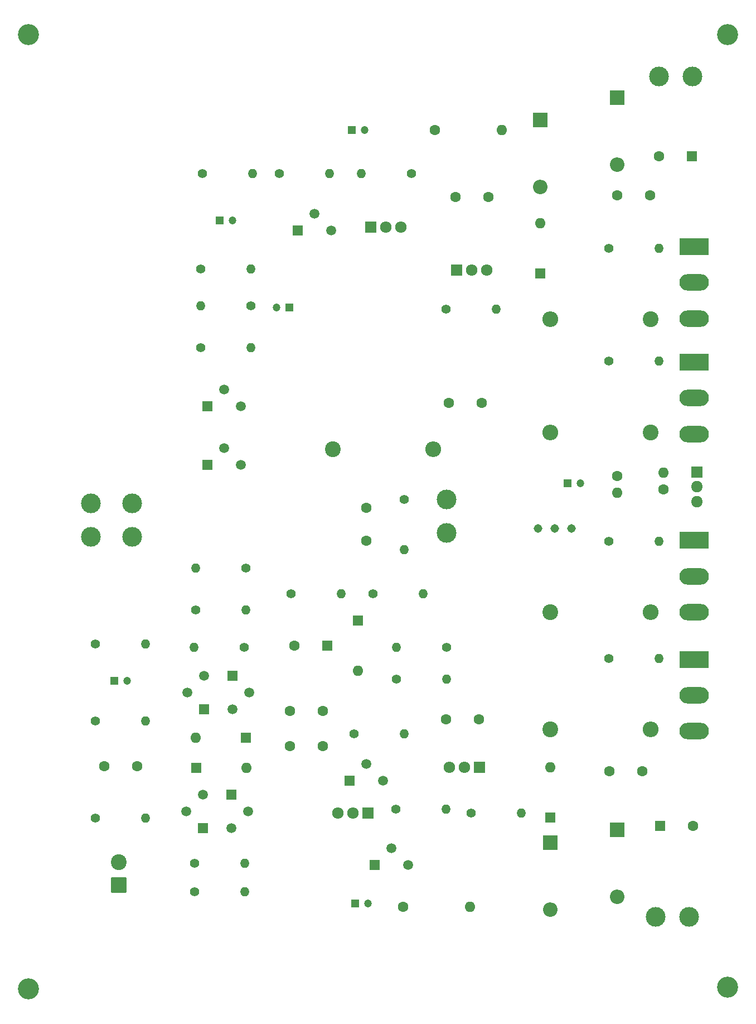
<source format=gbr>
%TF.GenerationSoftware,KiCad,Pcbnew,9.0.0*%
%TF.CreationDate,2025-06-15T12:12:57-04:00*%
%TF.ProjectId,classab-amp,636c6173-7361-4622-9d61-6d702e6b6963,rev?*%
%TF.SameCoordinates,Original*%
%TF.FileFunction,Soldermask,Bot*%
%TF.FilePolarity,Negative*%
%FSLAX46Y46*%
G04 Gerber Fmt 4.6, Leading zero omitted, Abs format (unit mm)*
G04 Created by KiCad (PCBNEW 9.0.0) date 2025-06-15 12:12:57*
%MOMM*%
%LPD*%
G01*
G04 APERTURE LIST*
G04 Aperture macros list*
%AMRoundRect*
0 Rectangle with rounded corners*
0 $1 Rounding radius*
0 $2 $3 $4 $5 $6 $7 $8 $9 X,Y pos of 4 corners*
0 Add a 4 corners polygon primitive as box body*
4,1,4,$2,$3,$4,$5,$6,$7,$8,$9,$2,$3,0*
0 Add four circle primitives for the rounded corners*
1,1,$1+$1,$2,$3*
1,1,$1+$1,$4,$5*
1,1,$1+$1,$6,$7*
1,1,$1+$1,$8,$9*
0 Add four rect primitives between the rounded corners*
20,1,$1+$1,$2,$3,$4,$5,0*
20,1,$1+$1,$4,$5,$6,$7,0*
20,1,$1+$1,$6,$7,$8,$9,0*
20,1,$1+$1,$8,$9,$2,$3,0*%
G04 Aperture macros list end*
%ADD10C,3.200000*%
%ADD11C,2.400000*%
%ADD12O,2.400000X2.400000*%
%ADD13C,1.400000*%
%ADD14O,1.400000X1.400000*%
%ADD15R,1.710000X1.800000*%
%ADD16O,1.710000X1.800000*%
%ADD17R,1.200000X1.200000*%
%ADD18C,1.200000*%
%ADD19R,1.600000X1.600000*%
%ADD20O,1.600000X1.600000*%
%ADD21R,4.500000X2.500000*%
%ADD22O,4.500000X2.500000*%
%ADD23C,1.600000*%
%ADD24R,1.500000X1.500000*%
%ADD25C,1.500000*%
%ADD26R,1.800000X1.710000*%
%ADD27O,1.800000X1.710000*%
%ADD28C,1.308000*%
%ADD29C,3.000000*%
%ADD30RoundRect,0.250001X0.949999X-0.949999X0.949999X0.949999X-0.949999X0.949999X-0.949999X-0.949999X0*%
%ADD31R,2.200000X2.200000*%
%ADD32O,2.200000X2.200000*%
G04 APERTURE END LIST*
D10*
%TO.C,H3*%
X202184000Y-141986000D03*
%TD*%
D11*
%TO.C,R24*%
X142240000Y-60325000D03*
D12*
X157480000Y-60325000D03*
%TD*%
D13*
%TO.C,R19*%
X154178000Y-18542000D03*
D14*
X146558000Y-18542000D03*
%TD*%
D15*
%TO.C,Q13*%
X161047000Y-33141000D03*
D16*
X163327000Y-33141000D03*
X165607000Y-33141000D03*
%TD*%
D13*
%TO.C,R20*%
X151765000Y-114935000D03*
D14*
X159385000Y-114935000D03*
%TD*%
D17*
%TO.C,C7*%
X177832000Y-65532000D03*
D18*
X179832000Y-65532000D03*
%TD*%
D19*
%TO.C,D1*%
X129032000Y-104140000D03*
D20*
X121412000Y-104140000D03*
%TD*%
D21*
%TO.C,Q17*%
X197104000Y-74168000D03*
D22*
X197104000Y-79618000D03*
X197104000Y-85068000D03*
%TD*%
D23*
%TO.C,C26*%
X135676000Y-100076000D03*
X140676000Y-100076000D03*
%TD*%
D19*
%TO.C,D2*%
X121483712Y-108712000D03*
D20*
X129103712Y-108712000D03*
%TD*%
D10*
%TO.C,H2*%
X202184000Y2540000D03*
%TD*%
D13*
%TO.C,R14*%
X148336000Y-82296000D03*
D14*
X155956000Y-82296000D03*
%TD*%
D24*
%TO.C,Q5*%
X126809712Y-112776000D03*
D25*
X129349712Y-115316000D03*
X126809712Y-117856000D03*
%TD*%
D23*
%TO.C,R43*%
X157734000Y-11938000D03*
D20*
X167894000Y-11938000D03*
%TD*%
D24*
%TO.C,Q7*%
X148590000Y-123452000D03*
D25*
X151130000Y-120912000D03*
X153670000Y-123452000D03*
%TD*%
D23*
%TO.C,C9*%
X164425000Y-101346000D03*
X159425000Y-101346000D03*
%TD*%
%TO.C,R17*%
X185420000Y-64360000D03*
D20*
X185420000Y-66900000D03*
%TD*%
D10*
%TO.C,H1*%
X96012000Y2540000D03*
%TD*%
D26*
%TO.C,Q11*%
X197491000Y-63765000D03*
D27*
X197491000Y-66045000D03*
X197491000Y-68325000D03*
%TD*%
D24*
%TO.C,Q1*%
X123190000Y-53856000D03*
D25*
X125730000Y-51316000D03*
X128270000Y-53856000D03*
%TD*%
D13*
%TO.C,R32*%
X184150000Y-74295000D03*
D14*
X191770000Y-74295000D03*
%TD*%
D13*
%TO.C,R3*%
X106172000Y-89916000D03*
D14*
X113792000Y-89916000D03*
%TD*%
D13*
%TO.C,R1*%
X106172000Y-116332000D03*
D14*
X113792000Y-116332000D03*
%TD*%
D11*
%TO.C,R30*%
X175260000Y-85090000D03*
D12*
X190500000Y-85090000D03*
%TD*%
D11*
%TO.C,R28*%
X190500000Y-40640000D03*
D12*
X175260000Y-40640000D03*
%TD*%
D11*
%TO.C,R31*%
X175260000Y-102870000D03*
D12*
X190500000Y-102870000D03*
%TD*%
D24*
%TO.C,Q8*%
X144780000Y-110625000D03*
D25*
X147320000Y-108085000D03*
X149860000Y-110625000D03*
%TD*%
D19*
%TO.C,C4*%
X141340651Y-90170000D03*
D23*
X136340651Y-90170000D03*
%TD*%
D13*
%TO.C,R27*%
X184150000Y-46990000D03*
D14*
X191770000Y-46990000D03*
%TD*%
D13*
%TO.C,R8*%
X121412000Y-84709000D03*
D14*
X129032000Y-84709000D03*
%TD*%
D24*
%TO.C,Q3*%
X122507712Y-117856000D03*
D25*
X119967712Y-115316000D03*
X122507712Y-112776000D03*
%TD*%
D23*
%TO.C,R18*%
X192405000Y-66450000D03*
D20*
X192405000Y-63910000D03*
%TD*%
D23*
%TO.C,R44*%
X152908000Y-129794000D03*
D20*
X163068000Y-129794000D03*
%TD*%
D17*
%TO.C,C2*%
X135636000Y-38870000D03*
D18*
X133636000Y-38870000D03*
%TD*%
D17*
%TO.C,C5*%
X125000000Y-25654000D03*
D18*
X127000000Y-25654000D03*
%TD*%
D24*
%TO.C,Q6*%
X126992000Y-94742000D03*
D25*
X129532000Y-97282000D03*
X126992000Y-99822000D03*
%TD*%
D21*
%TO.C,Q16*%
X197104000Y-92224000D03*
D22*
X197104000Y-97674000D03*
X197104000Y-103124000D03*
%TD*%
D28*
%TO.C,RV1*%
X173355000Y-72390000D03*
X175895000Y-72390000D03*
X178435000Y-72390000D03*
%TD*%
D13*
%TO.C,R6*%
X122174000Y-33028000D03*
D14*
X129794000Y-33028000D03*
%TD*%
D11*
%TO.C,R29*%
X190500000Y-57785000D03*
D12*
X175260000Y-57785000D03*
%TD*%
D23*
%TO.C,C6*%
X135676000Y-105410000D03*
X140676000Y-105410000D03*
%TD*%
D29*
%TO.C,J7*%
X111760000Y-73660000D03*
X111760000Y-68580000D03*
%TD*%
D15*
%TO.C,Q10*%
X147960110Y-26675000D03*
D16*
X150240110Y-26675000D03*
X152520110Y-26675000D03*
%TD*%
D19*
%TO.C,D7*%
X175260000Y-116205000D03*
D20*
X175260000Y-108585000D03*
%TD*%
D13*
%TO.C,R4*%
X106172000Y-101600000D03*
D14*
X113792000Y-101600000D03*
%TD*%
D17*
%TO.C,C3*%
X109009401Y-95504000D03*
D18*
X111009401Y-95504000D03*
%TD*%
D23*
%TO.C,C11*%
X185420000Y-21844000D03*
X190420000Y-21844000D03*
%TD*%
%TO.C,C10*%
X147320000Y-69255000D03*
X147320000Y-74255000D03*
%TD*%
D13*
%TO.C,R13*%
X145415000Y-103505000D03*
D14*
X153035000Y-103505000D03*
%TD*%
D29*
%TO.C,J5*%
X159485000Y-73025000D03*
X159485000Y-67945000D03*
%TD*%
D13*
%TO.C,R10*%
X129032000Y-78359000D03*
D14*
X121412000Y-78359000D03*
%TD*%
D13*
%TO.C,R26*%
X184150000Y-92075000D03*
D14*
X191770000Y-92075000D03*
%TD*%
D13*
%TO.C,R22*%
X159385000Y-39116000D03*
D14*
X167005000Y-39116000D03*
%TD*%
D13*
%TO.C,R25*%
X184150000Y-29845000D03*
D14*
X191770000Y-29845000D03*
%TD*%
D13*
%TO.C,R16*%
X134112000Y-18542000D03*
D14*
X141732000Y-18542000D03*
%TD*%
D13*
%TO.C,R21*%
X153035000Y-67945000D03*
D14*
X153035000Y-75565000D03*
%TD*%
D29*
%TO.C,J6*%
X105510000Y-73660000D03*
X105510000Y-68580000D03*
%TD*%
D13*
%TO.C,R46*%
X151892000Y-95250000D03*
D14*
X159512000Y-95250000D03*
%TD*%
D19*
%TO.C,C14*%
X191907349Y-117475000D03*
D23*
X196907349Y-117475000D03*
%TD*%
D24*
%TO.C,Q9*%
X136906000Y-27186000D03*
D25*
X139446000Y-24646000D03*
X141986000Y-27186000D03*
%TD*%
D17*
%TO.C,C25*%
X145585401Y-129286000D03*
D18*
X147585401Y-129286000D03*
%TD*%
D13*
%TO.C,R11*%
X121229712Y-123190000D03*
D14*
X128849712Y-123190000D03*
%TD*%
D17*
%TO.C,C24*%
X145066000Y-11938000D03*
D18*
X147066000Y-11938000D03*
%TD*%
D30*
%TO.C,J1*%
X109749500Y-126464000D03*
D11*
X109749500Y-122964000D03*
%TD*%
D24*
%TO.C,Q4*%
X123190000Y-62746000D03*
D25*
X125730000Y-60206000D03*
X128270000Y-62746000D03*
%TD*%
D21*
%TO.C,Q15*%
X197104000Y-29602000D03*
D22*
X197104000Y-35052000D03*
X197104000Y-40502000D03*
%TD*%
D13*
%TO.C,R12*%
X135890000Y-82296000D03*
D14*
X143510000Y-82296000D03*
%TD*%
D13*
%TO.C,R45*%
X159512000Y-90424000D03*
D14*
X151892000Y-90424000D03*
%TD*%
D23*
%TO.C,C15*%
X164806000Y-53340000D03*
X159806000Y-53340000D03*
%TD*%
D13*
%TO.C,R9*%
X122174000Y-44966000D03*
D14*
X129794000Y-44966000D03*
%TD*%
D31*
%TO.C,D4*%
X173736000Y-10414000D03*
D32*
X173736000Y-20574000D03*
%TD*%
D19*
%TO.C,C13*%
X196712651Y-15875000D03*
D23*
X191712651Y-15875000D03*
%TD*%
D29*
%TO.C,J4*%
X191770000Y-3810000D03*
X196850000Y-3810000D03*
%TD*%
D15*
%TO.C,Q12*%
X147563000Y-115570000D03*
D16*
X145283000Y-115570000D03*
X143003000Y-115570000D03*
%TD*%
D31*
%TO.C,D6*%
X175260000Y-120015000D03*
D32*
X175260000Y-130175000D03*
%TD*%
D13*
%TO.C,R5*%
X129794000Y-38616000D03*
D14*
X122174000Y-38616000D03*
%TD*%
D31*
%TO.C,D8*%
X185420000Y-6985000D03*
D32*
X185420000Y-17145000D03*
%TD*%
D13*
%TO.C,R23*%
X163195000Y-115570000D03*
D14*
X170815000Y-115570000D03*
%TD*%
D23*
%TO.C,C8*%
X165822000Y-22098000D03*
X160822000Y-22098000D03*
%TD*%
D10*
%TO.C,H4*%
X96012000Y-142240000D03*
%TD*%
D19*
%TO.C,D3*%
X146050000Y-86360000D03*
D20*
X146050000Y-93980000D03*
%TD*%
D21*
%TO.C,Q18*%
X197104000Y-47128000D03*
D22*
X197104000Y-52578000D03*
X197104000Y-58028000D03*
%TD*%
D13*
%TO.C,R7*%
X121229712Y-127508000D03*
D14*
X128849712Y-127508000D03*
%TD*%
D13*
%TO.C,R2*%
X128778000Y-90424000D03*
D14*
X121158000Y-90424000D03*
%TD*%
D15*
%TO.C,Q14*%
X164465000Y-108585000D03*
D16*
X162185000Y-108585000D03*
X159905000Y-108585000D03*
%TD*%
D19*
%TO.C,D5*%
X173736000Y-33655000D03*
D20*
X173736000Y-26035000D03*
%TD*%
D13*
%TO.C,R15*%
X122428000Y-18542000D03*
D14*
X130048000Y-18542000D03*
%TD*%
D24*
%TO.C,Q2*%
X122682000Y-99822000D03*
D25*
X120142000Y-97282000D03*
X122682000Y-94742000D03*
%TD*%
D29*
%TO.C,J3*%
X191262000Y-131318000D03*
X196342000Y-131318000D03*
%TD*%
D23*
%TO.C,C12*%
X189230000Y-109220000D03*
X184230000Y-109220000D03*
%TD*%
%TO.C,C1*%
X107482000Y-108458000D03*
X112482000Y-108458000D03*
%TD*%
D31*
%TO.C,D9*%
X185420000Y-118110000D03*
D32*
X185420000Y-128270000D03*
%TD*%
M02*

</source>
